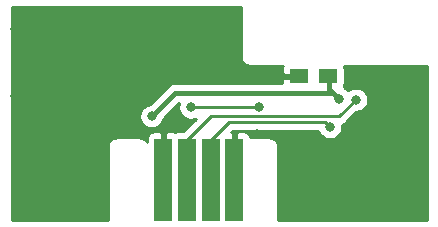
<source format=gbl>
G04 #@! TF.GenerationSoftware,KiCad,Pcbnew,(5.1.0)-1*
G04 #@! TF.CreationDate,2019-05-17T10:18:47-04:00*
G04 #@! TF.ProjectId,gc_sp2,67635f73-7032-42e6-9b69-6361645f7063,rev?*
G04 #@! TF.SameCoordinates,Original*
G04 #@! TF.FileFunction,Copper,L2,Bot*
G04 #@! TF.FilePolarity,Positive*
%FSLAX46Y46*%
G04 Gerber Fmt 4.6, Leading zero omitted, Abs format (unit mm)*
G04 Created by KiCad (PCBNEW (5.1.0)-1) date 2019-05-17 10:18:47*
%MOMM*%
%LPD*%
G04 APERTURE LIST*
%ADD10R,1.500000X7.000000*%
%ADD11R,1.500000X1.250000*%
%ADD12C,0.800000*%
%ADD13C,0.250000*%
%ADD14C,0.400000*%
%ADD15C,0.254000*%
G04 APERTURE END LIST*
D10*
X76500000Y-115900000D03*
X78500000Y-115900000D03*
X80500000Y-115900000D03*
X82500000Y-115900000D03*
D11*
X90450000Y-107100000D03*
X87950000Y-107100000D03*
D12*
X75500000Y-110500000D03*
X91350000Y-109000000D03*
X64050000Y-116250000D03*
X70000000Y-116250000D03*
X63950000Y-108750000D03*
X70000000Y-108750000D03*
X63950000Y-103100000D03*
X70000000Y-103100000D03*
X77250000Y-103050000D03*
X84400000Y-112000000D03*
X97350000Y-107300000D03*
X84600000Y-109750000D03*
X78800000Y-109750000D03*
X92800000Y-109100000D03*
X90600000Y-111400000D03*
D13*
X90500000Y-107150000D02*
X90450000Y-107100000D01*
D14*
X90500000Y-108150000D02*
X90500000Y-107150000D01*
X91350000Y-109000000D02*
X90500000Y-108150000D01*
X77500000Y-108500000D02*
X75500000Y-110500000D01*
X91350000Y-109000000D02*
X90850000Y-108500000D01*
X90850000Y-108500000D02*
X77500000Y-108500000D01*
X82500000Y-116250000D02*
X82500000Y-112200000D01*
X76500000Y-116250000D02*
X76500000Y-112050000D01*
D13*
X78800000Y-109750000D02*
X84600000Y-109750000D01*
X78500000Y-112500000D02*
X78500000Y-116250000D01*
X80500000Y-110500000D02*
X78500000Y-112500000D01*
X92800000Y-109100000D02*
X91400000Y-110500000D01*
X91400000Y-110500000D02*
X80500000Y-110500000D01*
X80500000Y-112500000D02*
X80500000Y-116250000D01*
X82050000Y-110950000D02*
X80500000Y-112500000D01*
X90600000Y-111400000D02*
X90150000Y-110950000D01*
X90150000Y-110950000D02*
X82050000Y-110950000D01*
D15*
G36*
X98790001Y-119290000D02*
G01*
X86210000Y-119290000D01*
X86210000Y-113034877D01*
X86213435Y-113000000D01*
X86199727Y-112860816D01*
X86159128Y-112726980D01*
X86093200Y-112603637D01*
X86004475Y-112495525D01*
X85896363Y-112406800D01*
X85773020Y-112340872D01*
X85639184Y-112300273D01*
X85534877Y-112290000D01*
X85500000Y-112286565D01*
X85465123Y-112290000D01*
X83877238Y-112290000D01*
X83875812Y-112275518D01*
X83839502Y-112155820D01*
X83780537Y-112045506D01*
X83701185Y-111948815D01*
X83604494Y-111869463D01*
X83494180Y-111810498D01*
X83374482Y-111774188D01*
X83250000Y-111761928D01*
X82785750Y-111765000D01*
X82627000Y-111923750D01*
X82627000Y-112873000D01*
X82373000Y-112873000D01*
X82373000Y-111923750D01*
X82262026Y-111812776D01*
X82364802Y-111710000D01*
X89608130Y-111710000D01*
X89682795Y-111890256D01*
X89796063Y-112059774D01*
X89940226Y-112203937D01*
X90109744Y-112317205D01*
X90298102Y-112395226D01*
X90498061Y-112435000D01*
X90701939Y-112435000D01*
X90901898Y-112395226D01*
X91090256Y-112317205D01*
X91259774Y-112203937D01*
X91403937Y-112059774D01*
X91517205Y-111890256D01*
X91595226Y-111701898D01*
X91635000Y-111501939D01*
X91635000Y-111298061D01*
X91620903Y-111227188D01*
X91692247Y-111205546D01*
X91824276Y-111134974D01*
X91940001Y-111040001D01*
X91963804Y-111010997D01*
X92839802Y-110135000D01*
X92901939Y-110135000D01*
X93101898Y-110095226D01*
X93290256Y-110017205D01*
X93459774Y-109903937D01*
X93603937Y-109759774D01*
X93717205Y-109590256D01*
X93795226Y-109401898D01*
X93835000Y-109201939D01*
X93835000Y-108998061D01*
X93795226Y-108798102D01*
X93717205Y-108609744D01*
X93603937Y-108440226D01*
X93459774Y-108296063D01*
X93290256Y-108182795D01*
X93101898Y-108104774D01*
X92901939Y-108065000D01*
X92698061Y-108065000D01*
X92498102Y-108104774D01*
X92309744Y-108182795D01*
X92140226Y-108296063D01*
X92125000Y-108311289D01*
X92009774Y-108196063D01*
X91840256Y-108082795D01*
X91748981Y-108044988D01*
X91789502Y-107969180D01*
X91825812Y-107849482D01*
X91838072Y-107725000D01*
X91838072Y-106475000D01*
X91825812Y-106350518D01*
X91789502Y-106230820D01*
X91778373Y-106210000D01*
X98790000Y-106210000D01*
X98790001Y-119290000D01*
X98790001Y-119290000D01*
G37*
X98790001Y-119290000D02*
X86210000Y-119290000D01*
X86210000Y-113034877D01*
X86213435Y-113000000D01*
X86199727Y-112860816D01*
X86159128Y-112726980D01*
X86093200Y-112603637D01*
X86004475Y-112495525D01*
X85896363Y-112406800D01*
X85773020Y-112340872D01*
X85639184Y-112300273D01*
X85534877Y-112290000D01*
X85500000Y-112286565D01*
X85465123Y-112290000D01*
X83877238Y-112290000D01*
X83875812Y-112275518D01*
X83839502Y-112155820D01*
X83780537Y-112045506D01*
X83701185Y-111948815D01*
X83604494Y-111869463D01*
X83494180Y-111810498D01*
X83374482Y-111774188D01*
X83250000Y-111761928D01*
X82785750Y-111765000D01*
X82627000Y-111923750D01*
X82627000Y-112873000D01*
X82373000Y-112873000D01*
X82373000Y-111923750D01*
X82262026Y-111812776D01*
X82364802Y-111710000D01*
X89608130Y-111710000D01*
X89682795Y-111890256D01*
X89796063Y-112059774D01*
X89940226Y-112203937D01*
X90109744Y-112317205D01*
X90298102Y-112395226D01*
X90498061Y-112435000D01*
X90701939Y-112435000D01*
X90901898Y-112395226D01*
X91090256Y-112317205D01*
X91259774Y-112203937D01*
X91403937Y-112059774D01*
X91517205Y-111890256D01*
X91595226Y-111701898D01*
X91635000Y-111501939D01*
X91635000Y-111298061D01*
X91620903Y-111227188D01*
X91692247Y-111205546D01*
X91824276Y-111134974D01*
X91940001Y-111040001D01*
X91963804Y-111010997D01*
X92839802Y-110135000D01*
X92901939Y-110135000D01*
X93101898Y-110095226D01*
X93290256Y-110017205D01*
X93459774Y-109903937D01*
X93603937Y-109759774D01*
X93717205Y-109590256D01*
X93795226Y-109401898D01*
X93835000Y-109201939D01*
X93835000Y-108998061D01*
X93795226Y-108798102D01*
X93717205Y-108609744D01*
X93603937Y-108440226D01*
X93459774Y-108296063D01*
X93290256Y-108182795D01*
X93101898Y-108104774D01*
X92901939Y-108065000D01*
X92698061Y-108065000D01*
X92498102Y-108104774D01*
X92309744Y-108182795D01*
X92140226Y-108296063D01*
X92125000Y-108311289D01*
X92009774Y-108196063D01*
X91840256Y-108082795D01*
X91748981Y-108044988D01*
X91789502Y-107969180D01*
X91825812Y-107849482D01*
X91838072Y-107725000D01*
X91838072Y-106475000D01*
X91825812Y-106350518D01*
X91789502Y-106230820D01*
X91778373Y-106210000D01*
X98790000Y-106210000D01*
X98790001Y-119290000D01*
G36*
X83040000Y-105465123D02*
G01*
X83036565Y-105500000D01*
X83050273Y-105639184D01*
X83090872Y-105773020D01*
X83156800Y-105896363D01*
X83245525Y-106004475D01*
X83353637Y-106093200D01*
X83476980Y-106159128D01*
X83610816Y-106199727D01*
X83750000Y-106213435D01*
X83784877Y-106210000D01*
X86621627Y-106210000D01*
X86610498Y-106230820D01*
X86574188Y-106350518D01*
X86561928Y-106475000D01*
X86565000Y-106814250D01*
X86723750Y-106973000D01*
X87823000Y-106973000D01*
X87823000Y-106953000D01*
X88077000Y-106953000D01*
X88077000Y-106973000D01*
X88097000Y-106973000D01*
X88097000Y-107227000D01*
X88077000Y-107227000D01*
X88077000Y-107247000D01*
X87823000Y-107247000D01*
X87823000Y-107227000D01*
X86723750Y-107227000D01*
X86565000Y-107385750D01*
X86562471Y-107665000D01*
X77541018Y-107665000D01*
X77499999Y-107660960D01*
X77458981Y-107665000D01*
X77336311Y-107677082D01*
X77178913Y-107724828D01*
X77033854Y-107802364D01*
X76906709Y-107906709D01*
X76880559Y-107938573D01*
X75343225Y-109475907D01*
X75198102Y-109504774D01*
X75009744Y-109582795D01*
X74840226Y-109696063D01*
X74696063Y-109840226D01*
X74582795Y-110009744D01*
X74504774Y-110198102D01*
X74465000Y-110398061D01*
X74465000Y-110601939D01*
X74504774Y-110801898D01*
X74582795Y-110990256D01*
X74696063Y-111159774D01*
X74840226Y-111303937D01*
X75009744Y-111417205D01*
X75198102Y-111495226D01*
X75398061Y-111535000D01*
X75601939Y-111535000D01*
X75801898Y-111495226D01*
X75990256Y-111417205D01*
X76159774Y-111303937D01*
X76303937Y-111159774D01*
X76417205Y-110990256D01*
X76495226Y-110801898D01*
X76524093Y-110656775D01*
X77845868Y-109335000D01*
X77851623Y-109335000D01*
X77804774Y-109448102D01*
X77765000Y-109648061D01*
X77765000Y-109851939D01*
X77804774Y-110051898D01*
X77882795Y-110240256D01*
X77996063Y-110409774D01*
X78140226Y-110553937D01*
X78309744Y-110667205D01*
X78498102Y-110745226D01*
X78698061Y-110785000D01*
X78901939Y-110785000D01*
X79101898Y-110745226D01*
X79235180Y-110690018D01*
X78163271Y-111761928D01*
X77750000Y-111761928D01*
X77625518Y-111774188D01*
X77505820Y-111810498D01*
X77500000Y-111813609D01*
X77494180Y-111810498D01*
X77374482Y-111774188D01*
X77250000Y-111761928D01*
X76785750Y-111765000D01*
X76627000Y-111923750D01*
X76627000Y-112873000D01*
X76373000Y-112873000D01*
X76373000Y-111923750D01*
X76214250Y-111765000D01*
X75750000Y-111761928D01*
X75625518Y-111774188D01*
X75505820Y-111810498D01*
X75395506Y-111869463D01*
X75298815Y-111948815D01*
X75219463Y-112045506D01*
X75160498Y-112155820D01*
X75124188Y-112275518D01*
X75111928Y-112400000D01*
X75112157Y-112639102D01*
X75093200Y-112603637D01*
X75004475Y-112495525D01*
X74896363Y-112406800D01*
X74773020Y-112340872D01*
X74639184Y-112300273D01*
X74534877Y-112290000D01*
X74500000Y-112286565D01*
X74465123Y-112290000D01*
X72534877Y-112290000D01*
X72500000Y-112286565D01*
X72465123Y-112290000D01*
X72360816Y-112300273D01*
X72226980Y-112340872D01*
X72103637Y-112406800D01*
X71995525Y-112495525D01*
X71906800Y-112603637D01*
X71840872Y-112726980D01*
X71800273Y-112860816D01*
X71786565Y-113000000D01*
X71790001Y-113034887D01*
X71790000Y-119290000D01*
X63710000Y-119290000D01*
X63710000Y-101210000D01*
X83040001Y-101210000D01*
X83040000Y-105465123D01*
X83040000Y-105465123D01*
G37*
X83040000Y-105465123D02*
X83036565Y-105500000D01*
X83050273Y-105639184D01*
X83090872Y-105773020D01*
X83156800Y-105896363D01*
X83245525Y-106004475D01*
X83353637Y-106093200D01*
X83476980Y-106159128D01*
X83610816Y-106199727D01*
X83750000Y-106213435D01*
X83784877Y-106210000D01*
X86621627Y-106210000D01*
X86610498Y-106230820D01*
X86574188Y-106350518D01*
X86561928Y-106475000D01*
X86565000Y-106814250D01*
X86723750Y-106973000D01*
X87823000Y-106973000D01*
X87823000Y-106953000D01*
X88077000Y-106953000D01*
X88077000Y-106973000D01*
X88097000Y-106973000D01*
X88097000Y-107227000D01*
X88077000Y-107227000D01*
X88077000Y-107247000D01*
X87823000Y-107247000D01*
X87823000Y-107227000D01*
X86723750Y-107227000D01*
X86565000Y-107385750D01*
X86562471Y-107665000D01*
X77541018Y-107665000D01*
X77499999Y-107660960D01*
X77458981Y-107665000D01*
X77336311Y-107677082D01*
X77178913Y-107724828D01*
X77033854Y-107802364D01*
X76906709Y-107906709D01*
X76880559Y-107938573D01*
X75343225Y-109475907D01*
X75198102Y-109504774D01*
X75009744Y-109582795D01*
X74840226Y-109696063D01*
X74696063Y-109840226D01*
X74582795Y-110009744D01*
X74504774Y-110198102D01*
X74465000Y-110398061D01*
X74465000Y-110601939D01*
X74504774Y-110801898D01*
X74582795Y-110990256D01*
X74696063Y-111159774D01*
X74840226Y-111303937D01*
X75009744Y-111417205D01*
X75198102Y-111495226D01*
X75398061Y-111535000D01*
X75601939Y-111535000D01*
X75801898Y-111495226D01*
X75990256Y-111417205D01*
X76159774Y-111303937D01*
X76303937Y-111159774D01*
X76417205Y-110990256D01*
X76495226Y-110801898D01*
X76524093Y-110656775D01*
X77845868Y-109335000D01*
X77851623Y-109335000D01*
X77804774Y-109448102D01*
X77765000Y-109648061D01*
X77765000Y-109851939D01*
X77804774Y-110051898D01*
X77882795Y-110240256D01*
X77996063Y-110409774D01*
X78140226Y-110553937D01*
X78309744Y-110667205D01*
X78498102Y-110745226D01*
X78698061Y-110785000D01*
X78901939Y-110785000D01*
X79101898Y-110745226D01*
X79235180Y-110690018D01*
X78163271Y-111761928D01*
X77750000Y-111761928D01*
X77625518Y-111774188D01*
X77505820Y-111810498D01*
X77500000Y-111813609D01*
X77494180Y-111810498D01*
X77374482Y-111774188D01*
X77250000Y-111761928D01*
X76785750Y-111765000D01*
X76627000Y-111923750D01*
X76627000Y-112873000D01*
X76373000Y-112873000D01*
X76373000Y-111923750D01*
X76214250Y-111765000D01*
X75750000Y-111761928D01*
X75625518Y-111774188D01*
X75505820Y-111810498D01*
X75395506Y-111869463D01*
X75298815Y-111948815D01*
X75219463Y-112045506D01*
X75160498Y-112155820D01*
X75124188Y-112275518D01*
X75111928Y-112400000D01*
X75112157Y-112639102D01*
X75093200Y-112603637D01*
X75004475Y-112495525D01*
X74896363Y-112406800D01*
X74773020Y-112340872D01*
X74639184Y-112300273D01*
X74534877Y-112290000D01*
X74500000Y-112286565D01*
X74465123Y-112290000D01*
X72534877Y-112290000D01*
X72500000Y-112286565D01*
X72465123Y-112290000D01*
X72360816Y-112300273D01*
X72226980Y-112340872D01*
X72103637Y-112406800D01*
X71995525Y-112495525D01*
X71906800Y-112603637D01*
X71840872Y-112726980D01*
X71800273Y-112860816D01*
X71786565Y-113000000D01*
X71790001Y-113034887D01*
X71790000Y-119290000D01*
X63710000Y-119290000D01*
X63710000Y-101210000D01*
X83040001Y-101210000D01*
X83040000Y-105465123D01*
M02*

</source>
